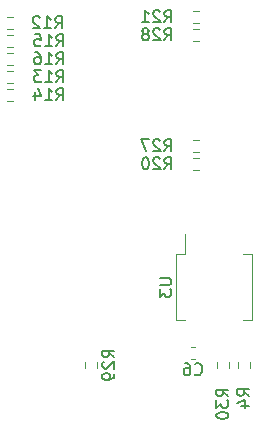
<source format=gbr>
%TF.GenerationSoftware,KiCad,Pcbnew,(5.99.0-9829-g074f0432f0)*%
%TF.CreationDate,2021-07-27T15:24:35+02:00*%
%TF.ProjectId,KM217-WiFi,4b4d3231-372d-4576-9946-692e6b696361,0.0.1*%
%TF.SameCoordinates,Original*%
%TF.FileFunction,Legend,Bot*%
%TF.FilePolarity,Positive*%
%FSLAX46Y46*%
G04 Gerber Fmt 4.6, Leading zero omitted, Abs format (unit mm)*
G04 Created by KiCad (PCBNEW (5.99.0-9829-g074f0432f0)) date 2021-07-27 15:24:35*
%MOMM*%
%LPD*%
G01*
G04 APERTURE LIST*
%ADD10C,0.150000*%
%ADD11C,0.120000*%
G04 APERTURE END LIST*
D10*
%TO.C,R20*%
X159392857Y-108402380D02*
X159726190Y-107926190D01*
X159964285Y-108402380D02*
X159964285Y-107402380D01*
X159583333Y-107402380D01*
X159488095Y-107450000D01*
X159440476Y-107497619D01*
X159392857Y-107592857D01*
X159392857Y-107735714D01*
X159440476Y-107830952D01*
X159488095Y-107878571D01*
X159583333Y-107926190D01*
X159964285Y-107926190D01*
X159011904Y-107497619D02*
X158964285Y-107450000D01*
X158869047Y-107402380D01*
X158630952Y-107402380D01*
X158535714Y-107450000D01*
X158488095Y-107497619D01*
X158440476Y-107592857D01*
X158440476Y-107688095D01*
X158488095Y-107830952D01*
X159059523Y-108402380D01*
X158440476Y-108402380D01*
X157821428Y-107402380D02*
X157726190Y-107402380D01*
X157630952Y-107450000D01*
X157583333Y-107497619D01*
X157535714Y-107592857D01*
X157488095Y-107783333D01*
X157488095Y-108021428D01*
X157535714Y-108211904D01*
X157583333Y-108307142D01*
X157630952Y-108354761D01*
X157726190Y-108402380D01*
X157821428Y-108402380D01*
X157916666Y-108354761D01*
X157964285Y-108307142D01*
X158011904Y-108211904D01*
X158059523Y-108021428D01*
X158059523Y-107783333D01*
X158011904Y-107592857D01*
X157964285Y-107497619D01*
X157916666Y-107450000D01*
X157821428Y-107402380D01*
%TO.C,U3*%
X158978380Y-117602095D02*
X159787904Y-117602095D01*
X159883142Y-117649714D01*
X159930761Y-117697333D01*
X159978380Y-117792571D01*
X159978380Y-117983047D01*
X159930761Y-118078285D01*
X159883142Y-118125904D01*
X159787904Y-118173523D01*
X158978380Y-118173523D01*
X158978380Y-118554476D02*
X158978380Y-119173523D01*
X159359333Y-118840190D01*
X159359333Y-118983047D01*
X159406952Y-119078285D01*
X159454571Y-119125904D01*
X159549809Y-119173523D01*
X159787904Y-119173523D01*
X159883142Y-119125904D01*
X159930761Y-119078285D01*
X159978380Y-118983047D01*
X159978380Y-118697333D01*
X159930761Y-118602095D01*
X159883142Y-118554476D01*
%TO.C,C6*%
X161964666Y-125739142D02*
X162012285Y-125786761D01*
X162155142Y-125834380D01*
X162250380Y-125834380D01*
X162393238Y-125786761D01*
X162488476Y-125691523D01*
X162536095Y-125596285D01*
X162583714Y-125405809D01*
X162583714Y-125262952D01*
X162536095Y-125072476D01*
X162488476Y-124977238D01*
X162393238Y-124882000D01*
X162250380Y-124834380D01*
X162155142Y-124834380D01*
X162012285Y-124882000D01*
X161964666Y-124929619D01*
X161107523Y-124834380D02*
X161298000Y-124834380D01*
X161393238Y-124882000D01*
X161440857Y-124929619D01*
X161536095Y-125072476D01*
X161583714Y-125262952D01*
X161583714Y-125643904D01*
X161536095Y-125739142D01*
X161488476Y-125786761D01*
X161393238Y-125834380D01*
X161202761Y-125834380D01*
X161107523Y-125786761D01*
X161059904Y-125739142D01*
X161012285Y-125643904D01*
X161012285Y-125405809D01*
X161059904Y-125310571D01*
X161107523Y-125262952D01*
X161202761Y-125215333D01*
X161393238Y-125215333D01*
X161488476Y-125262952D01*
X161536095Y-125310571D01*
X161583714Y-125405809D01*
%TO.C,R12*%
X150145357Y-96464380D02*
X150478690Y-95988190D01*
X150716785Y-96464380D02*
X150716785Y-95464380D01*
X150335833Y-95464380D01*
X150240595Y-95512000D01*
X150192976Y-95559619D01*
X150145357Y-95654857D01*
X150145357Y-95797714D01*
X150192976Y-95892952D01*
X150240595Y-95940571D01*
X150335833Y-95988190D01*
X150716785Y-95988190D01*
X149192976Y-96464380D02*
X149764404Y-96464380D01*
X149478690Y-96464380D02*
X149478690Y-95464380D01*
X149573928Y-95607238D01*
X149669166Y-95702476D01*
X149764404Y-95750095D01*
X148812023Y-95559619D02*
X148764404Y-95512000D01*
X148669166Y-95464380D01*
X148431071Y-95464380D01*
X148335833Y-95512000D01*
X148288214Y-95559619D01*
X148240595Y-95654857D01*
X148240595Y-95750095D01*
X148288214Y-95892952D01*
X148859642Y-96464380D01*
X148240595Y-96464380D01*
%TO.C,R14*%
X150248857Y-102560380D02*
X150582190Y-102084190D01*
X150820285Y-102560380D02*
X150820285Y-101560380D01*
X150439333Y-101560380D01*
X150344095Y-101608000D01*
X150296476Y-101655619D01*
X150248857Y-101750857D01*
X150248857Y-101893714D01*
X150296476Y-101988952D01*
X150344095Y-102036571D01*
X150439333Y-102084190D01*
X150820285Y-102084190D01*
X149296476Y-102560380D02*
X149867904Y-102560380D01*
X149582190Y-102560380D02*
X149582190Y-101560380D01*
X149677428Y-101703238D01*
X149772666Y-101798476D01*
X149867904Y-101846095D01*
X148439333Y-101893714D02*
X148439333Y-102560380D01*
X148677428Y-101512761D02*
X148915523Y-102227047D01*
X148296476Y-102227047D01*
%TO.C,R29*%
X155138380Y-124325142D02*
X154662190Y-123991809D01*
X155138380Y-123753714D02*
X154138380Y-123753714D01*
X154138380Y-124134666D01*
X154186000Y-124229904D01*
X154233619Y-124277523D01*
X154328857Y-124325142D01*
X154471714Y-124325142D01*
X154566952Y-124277523D01*
X154614571Y-124229904D01*
X154662190Y-124134666D01*
X154662190Y-123753714D01*
X154233619Y-124706095D02*
X154186000Y-124753714D01*
X154138380Y-124848952D01*
X154138380Y-125087047D01*
X154186000Y-125182285D01*
X154233619Y-125229904D01*
X154328857Y-125277523D01*
X154424095Y-125277523D01*
X154566952Y-125229904D01*
X155138380Y-124658476D01*
X155138380Y-125277523D01*
X155138380Y-125753714D02*
X155138380Y-125944190D01*
X155090761Y-126039428D01*
X155043142Y-126087047D01*
X154900285Y-126182285D01*
X154709809Y-126229904D01*
X154328857Y-126229904D01*
X154233619Y-126182285D01*
X154186000Y-126134666D01*
X154138380Y-126039428D01*
X154138380Y-125848952D01*
X154186000Y-125753714D01*
X154233619Y-125706095D01*
X154328857Y-125658476D01*
X154566952Y-125658476D01*
X154662190Y-125706095D01*
X154709809Y-125753714D01*
X154757428Y-125848952D01*
X154757428Y-126039428D01*
X154709809Y-126134666D01*
X154662190Y-126182285D01*
X154566952Y-126229904D01*
%TO.C,R28*%
X159392857Y-97480380D02*
X159726190Y-97004190D01*
X159964285Y-97480380D02*
X159964285Y-96480380D01*
X159583333Y-96480380D01*
X159488095Y-96528000D01*
X159440476Y-96575619D01*
X159392857Y-96670857D01*
X159392857Y-96813714D01*
X159440476Y-96908952D01*
X159488095Y-96956571D01*
X159583333Y-97004190D01*
X159964285Y-97004190D01*
X159011904Y-96575619D02*
X158964285Y-96528000D01*
X158869047Y-96480380D01*
X158630952Y-96480380D01*
X158535714Y-96528000D01*
X158488095Y-96575619D01*
X158440476Y-96670857D01*
X158440476Y-96766095D01*
X158488095Y-96908952D01*
X159059523Y-97480380D01*
X158440476Y-97480380D01*
X157869047Y-96908952D02*
X157964285Y-96861333D01*
X158011904Y-96813714D01*
X158059523Y-96718476D01*
X158059523Y-96670857D01*
X158011904Y-96575619D01*
X157964285Y-96528000D01*
X157869047Y-96480380D01*
X157678571Y-96480380D01*
X157583333Y-96528000D01*
X157535714Y-96575619D01*
X157488095Y-96670857D01*
X157488095Y-96718476D01*
X157535714Y-96813714D01*
X157583333Y-96861333D01*
X157678571Y-96908952D01*
X157869047Y-96908952D01*
X157964285Y-96956571D01*
X158011904Y-97004190D01*
X158059523Y-97099428D01*
X158059523Y-97289904D01*
X158011904Y-97385142D01*
X157964285Y-97432761D01*
X157869047Y-97480380D01*
X157678571Y-97480380D01*
X157583333Y-97432761D01*
X157535714Y-97385142D01*
X157488095Y-97289904D01*
X157488095Y-97099428D01*
X157535714Y-97004190D01*
X157583333Y-96956571D01*
X157678571Y-96908952D01*
%TO.C,R13*%
X150248857Y-101036380D02*
X150582190Y-100560190D01*
X150820285Y-101036380D02*
X150820285Y-100036380D01*
X150439333Y-100036380D01*
X150344095Y-100084000D01*
X150296476Y-100131619D01*
X150248857Y-100226857D01*
X150248857Y-100369714D01*
X150296476Y-100464952D01*
X150344095Y-100512571D01*
X150439333Y-100560190D01*
X150820285Y-100560190D01*
X149296476Y-101036380D02*
X149867904Y-101036380D01*
X149582190Y-101036380D02*
X149582190Y-100036380D01*
X149677428Y-100179238D01*
X149772666Y-100274476D01*
X149867904Y-100322095D01*
X148963142Y-100036380D02*
X148344095Y-100036380D01*
X148677428Y-100417333D01*
X148534571Y-100417333D01*
X148439333Y-100464952D01*
X148391714Y-100512571D01*
X148344095Y-100607809D01*
X148344095Y-100845904D01*
X148391714Y-100941142D01*
X148439333Y-100988761D01*
X148534571Y-101036380D01*
X148820285Y-101036380D01*
X148915523Y-100988761D01*
X148963142Y-100941142D01*
%TO.C,R30*%
X164790380Y-127627142D02*
X164314190Y-127293809D01*
X164790380Y-127055714D02*
X163790380Y-127055714D01*
X163790380Y-127436666D01*
X163838000Y-127531904D01*
X163885619Y-127579523D01*
X163980857Y-127627142D01*
X164123714Y-127627142D01*
X164218952Y-127579523D01*
X164266571Y-127531904D01*
X164314190Y-127436666D01*
X164314190Y-127055714D01*
X163790380Y-127960476D02*
X163790380Y-128579523D01*
X164171333Y-128246190D01*
X164171333Y-128389047D01*
X164218952Y-128484285D01*
X164266571Y-128531904D01*
X164361809Y-128579523D01*
X164599904Y-128579523D01*
X164695142Y-128531904D01*
X164742761Y-128484285D01*
X164790380Y-128389047D01*
X164790380Y-128103333D01*
X164742761Y-128008095D01*
X164695142Y-127960476D01*
X163790380Y-129198571D02*
X163790380Y-129293809D01*
X163838000Y-129389047D01*
X163885619Y-129436666D01*
X163980857Y-129484285D01*
X164171333Y-129531904D01*
X164409428Y-129531904D01*
X164599904Y-129484285D01*
X164695142Y-129436666D01*
X164742761Y-129389047D01*
X164790380Y-129293809D01*
X164790380Y-129198571D01*
X164742761Y-129103333D01*
X164695142Y-129055714D01*
X164599904Y-129008095D01*
X164409428Y-128960476D01*
X164171333Y-128960476D01*
X163980857Y-129008095D01*
X163885619Y-129055714D01*
X163838000Y-129103333D01*
X163790380Y-129198571D01*
%TO.C,R4*%
X166568380Y-127595333D02*
X166092190Y-127262000D01*
X166568380Y-127023904D02*
X165568380Y-127023904D01*
X165568380Y-127404857D01*
X165616000Y-127500095D01*
X165663619Y-127547714D01*
X165758857Y-127595333D01*
X165901714Y-127595333D01*
X165996952Y-127547714D01*
X166044571Y-127500095D01*
X166092190Y-127404857D01*
X166092190Y-127023904D01*
X165901714Y-128452476D02*
X166568380Y-128452476D01*
X165520761Y-128214380D02*
X166235047Y-127976285D01*
X166235047Y-128595333D01*
%TO.C,R27*%
X159392857Y-106878380D02*
X159726190Y-106402190D01*
X159964285Y-106878380D02*
X159964285Y-105878380D01*
X159583333Y-105878380D01*
X159488095Y-105926000D01*
X159440476Y-105973619D01*
X159392857Y-106068857D01*
X159392857Y-106211714D01*
X159440476Y-106306952D01*
X159488095Y-106354571D01*
X159583333Y-106402190D01*
X159964285Y-106402190D01*
X159011904Y-105973619D02*
X158964285Y-105926000D01*
X158869047Y-105878380D01*
X158630952Y-105878380D01*
X158535714Y-105926000D01*
X158488095Y-105973619D01*
X158440476Y-106068857D01*
X158440476Y-106164095D01*
X158488095Y-106306952D01*
X159059523Y-106878380D01*
X158440476Y-106878380D01*
X158107142Y-105878380D02*
X157440476Y-105878380D01*
X157869047Y-106878380D01*
%TO.C,R16*%
X150248857Y-99512380D02*
X150582190Y-99036190D01*
X150820285Y-99512380D02*
X150820285Y-98512380D01*
X150439333Y-98512380D01*
X150344095Y-98560000D01*
X150296476Y-98607619D01*
X150248857Y-98702857D01*
X150248857Y-98845714D01*
X150296476Y-98940952D01*
X150344095Y-98988571D01*
X150439333Y-99036190D01*
X150820285Y-99036190D01*
X149296476Y-99512380D02*
X149867904Y-99512380D01*
X149582190Y-99512380D02*
X149582190Y-98512380D01*
X149677428Y-98655238D01*
X149772666Y-98750476D01*
X149867904Y-98798095D01*
X148439333Y-98512380D02*
X148629809Y-98512380D01*
X148725047Y-98560000D01*
X148772666Y-98607619D01*
X148867904Y-98750476D01*
X148915523Y-98940952D01*
X148915523Y-99321904D01*
X148867904Y-99417142D01*
X148820285Y-99464761D01*
X148725047Y-99512380D01*
X148534571Y-99512380D01*
X148439333Y-99464761D01*
X148391714Y-99417142D01*
X148344095Y-99321904D01*
X148344095Y-99083809D01*
X148391714Y-98988571D01*
X148439333Y-98940952D01*
X148534571Y-98893333D01*
X148725047Y-98893333D01*
X148820285Y-98940952D01*
X148867904Y-98988571D01*
X148915523Y-99083809D01*
%TO.C,R21*%
X159392857Y-95956380D02*
X159726190Y-95480190D01*
X159964285Y-95956380D02*
X159964285Y-94956380D01*
X159583333Y-94956380D01*
X159488095Y-95004000D01*
X159440476Y-95051619D01*
X159392857Y-95146857D01*
X159392857Y-95289714D01*
X159440476Y-95384952D01*
X159488095Y-95432571D01*
X159583333Y-95480190D01*
X159964285Y-95480190D01*
X159011904Y-95051619D02*
X158964285Y-95004000D01*
X158869047Y-94956380D01*
X158630952Y-94956380D01*
X158535714Y-95004000D01*
X158488095Y-95051619D01*
X158440476Y-95146857D01*
X158440476Y-95242095D01*
X158488095Y-95384952D01*
X159059523Y-95956380D01*
X158440476Y-95956380D01*
X157488095Y-95956380D02*
X158059523Y-95956380D01*
X157773809Y-95956380D02*
X157773809Y-94956380D01*
X157869047Y-95099238D01*
X157964285Y-95194476D01*
X158059523Y-95242095D01*
%TO.C,R15*%
X150248857Y-97988380D02*
X150582190Y-97512190D01*
X150820285Y-97988380D02*
X150820285Y-96988380D01*
X150439333Y-96988380D01*
X150344095Y-97036000D01*
X150296476Y-97083619D01*
X150248857Y-97178857D01*
X150248857Y-97321714D01*
X150296476Y-97416952D01*
X150344095Y-97464571D01*
X150439333Y-97512190D01*
X150820285Y-97512190D01*
X149296476Y-97988380D02*
X149867904Y-97988380D01*
X149582190Y-97988380D02*
X149582190Y-96988380D01*
X149677428Y-97131238D01*
X149772666Y-97226476D01*
X149867904Y-97274095D01*
X148391714Y-96988380D02*
X148867904Y-96988380D01*
X148915523Y-97464571D01*
X148867904Y-97416952D01*
X148772666Y-97369333D01*
X148534571Y-97369333D01*
X148439333Y-97416952D01*
X148391714Y-97464571D01*
X148344095Y-97559809D01*
X148344095Y-97797904D01*
X148391714Y-97893142D01*
X148439333Y-97940761D01*
X148534571Y-97988380D01*
X148772666Y-97988380D01*
X148867904Y-97940761D01*
X148915523Y-97893142D01*
D11*
%TO.C,R20*%
X162306724Y-108472500D02*
X161797276Y-108472500D01*
X162306724Y-107427500D02*
X161797276Y-107427500D01*
%TO.C,U3*%
X166786000Y-118364000D02*
X166786000Y-115604000D01*
X166786000Y-118364000D02*
X166786000Y-121124000D01*
X160366000Y-118364000D02*
X160366000Y-115604000D01*
X160366000Y-118364000D02*
X160366000Y-121124000D01*
X161111000Y-115604000D02*
X161111000Y-113914000D01*
X160366000Y-121124000D02*
X161111000Y-121124000D01*
X160366000Y-115604000D02*
X161111000Y-115604000D01*
X166786000Y-115604000D02*
X166041000Y-115604000D01*
X166786000Y-121124000D02*
X166041000Y-121124000D01*
%TO.C,C6*%
X161651733Y-124462000D02*
X161944267Y-124462000D01*
X161651733Y-123442000D02*
X161944267Y-123442000D01*
%TO.C,R12*%
X146049276Y-96534500D02*
X146558724Y-96534500D01*
X146049276Y-95489500D02*
X146558724Y-95489500D01*
%TO.C,R14*%
X146049276Y-101585500D02*
X146558724Y-101585500D01*
X146049276Y-102630500D02*
X146558724Y-102630500D01*
%TO.C,R29*%
X152639500Y-125222724D02*
X152639500Y-124713276D01*
X153684500Y-125222724D02*
X153684500Y-124713276D01*
%TO.C,R28*%
X162306724Y-96505500D02*
X161797276Y-96505500D01*
X162306724Y-97550500D02*
X161797276Y-97550500D01*
%TO.C,R13*%
X146049276Y-101106500D02*
X146558724Y-101106500D01*
X146049276Y-100061500D02*
X146558724Y-100061500D01*
%TO.C,R30*%
X164860500Y-125222724D02*
X164860500Y-124713276D01*
X163815500Y-125222724D02*
X163815500Y-124713276D01*
%TO.C,R4*%
X166638500Y-125222724D02*
X166638500Y-124713276D01*
X165593500Y-125222724D02*
X165593500Y-124713276D01*
%TO.C,R27*%
X162306724Y-105903500D02*
X161797276Y-105903500D01*
X162306724Y-106948500D02*
X161797276Y-106948500D01*
%TO.C,R16*%
X146049276Y-98537500D02*
X146558724Y-98537500D01*
X146049276Y-99582500D02*
X146558724Y-99582500D01*
%TO.C,R21*%
X162306724Y-94981500D02*
X161797276Y-94981500D01*
X162306724Y-96026500D02*
X161797276Y-96026500D01*
%TO.C,R15*%
X146049276Y-97013500D02*
X146558724Y-97013500D01*
X146049276Y-98058500D02*
X146558724Y-98058500D01*
%TD*%
M02*

</source>
